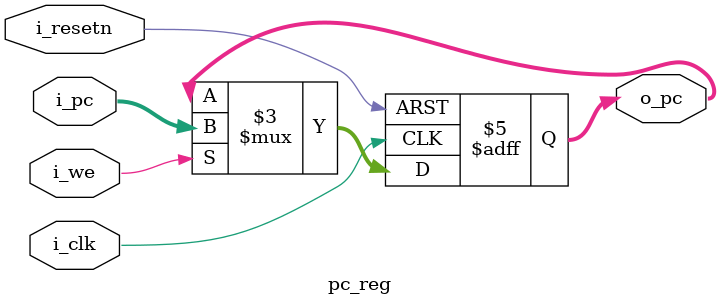
<source format=v>
module pc_reg(
    input i_clk, i_resetn, i_we, 
    input [31:0] i_pc, 
    output reg [31:0] o_pc
);

    always @(posedge i_clk or negedge i_resetn)
    begin
        if(!i_resetn)
            o_pc <= 32'h80;
        else if(i_we)
            o_pc <= i_pc;
    end

endmodule

</source>
